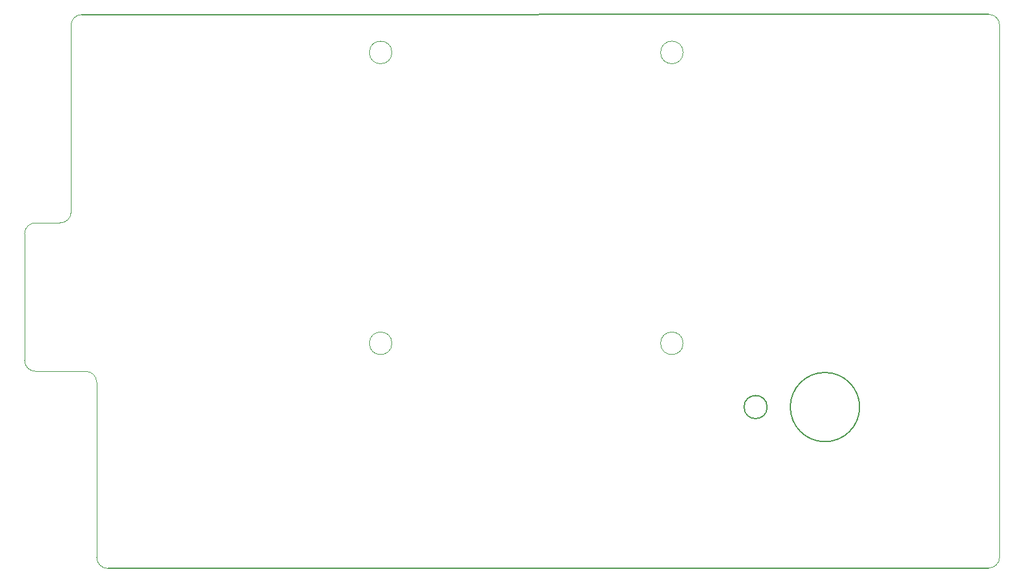
<source format=gbr>
%TF.GenerationSoftware,KiCad,Pcbnew,(6.0.9)*%
%TF.CreationDate,2022-12-26T22:24:29-09:00*%
%TF.ProjectId,PCB_ SIM CONTROL PANEL,5043422c-2053-4494-9d20-434f4e54524f,rev?*%
%TF.SameCoordinates,Original*%
%TF.FileFunction,Profile,NP*%
%FSLAX46Y46*%
G04 Gerber Fmt 4.6, Leading zero omitted, Abs format (unit mm)*
G04 Created by KiCad (PCBNEW (6.0.9)) date 2022-12-26 22:24:29*
%MOMM*%
%LPD*%
G01*
G04 APERTURE LIST*
%TA.AperFunction,Profile*%
%ADD10C,0.050000*%
%TD*%
%TA.AperFunction,Profile*%
%ADD11C,0.200000*%
%TD*%
G04 APERTURE END LIST*
D10*
X215010999Y-54287999D02*
G75*
G03*
X213512399Y-52755424I-1498599J33599D01*
G01*
X171550000Y-58000000D02*
G75*
G03*
X171550000Y-58000000I-1550000J0D01*
G01*
X131550000Y-58000000D02*
G75*
G03*
X131550000Y-58000000I-1550000J0D01*
G01*
X85970801Y-81432399D02*
G75*
G03*
X87503376Y-79933799I33599J1498599D01*
G01*
X87477224Y-54279801D02*
X87503376Y-79933799D01*
X91008199Y-103386199D02*
G75*
G03*
X89509599Y-101853624I-1498599J33599D01*
G01*
X81102201Y-100321801D02*
G75*
G03*
X82600801Y-101854376I1498599J-33599D01*
G01*
X91008201Y-127423601D02*
G75*
G03*
X92506801Y-128956176I1498599J-33599D01*
G01*
X131550000Y-98000000D02*
G75*
G03*
X131550000Y-98000000I-1550000J0D01*
G01*
X82634399Y-81432401D02*
G75*
G03*
X81101824Y-82931001I-33599J-1498599D01*
G01*
D11*
X195785495Y-106770097D02*
G75*
G03*
X195785495Y-106770097I-4762500J0D01*
G01*
D10*
X81101824Y-82931001D02*
X81102201Y-100321801D01*
D11*
X183085494Y-106770097D02*
G75*
G03*
X183085494Y-106770097I-1587499J0D01*
G01*
D10*
X213478801Y-128904999D02*
G75*
G03*
X215011376Y-127406399I33599J1498599D01*
G01*
X215010999Y-54287999D02*
X215011376Y-127406399D01*
X85970801Y-81432399D02*
X82634399Y-81432401D01*
D11*
X213478801Y-128904999D02*
X92506801Y-128956176D01*
D10*
X171550000Y-98000000D02*
G75*
G03*
X171550000Y-98000000I-1550000J0D01*
G01*
X89009799Y-52781201D02*
G75*
G03*
X87477224Y-54279801I-33599J-1498599D01*
G01*
D11*
X89009799Y-52781201D02*
X213512399Y-52755424D01*
D10*
X82600801Y-101854376D02*
X89509599Y-101853624D01*
X91008199Y-103386199D02*
X91008201Y-127423601D01*
M02*

</source>
